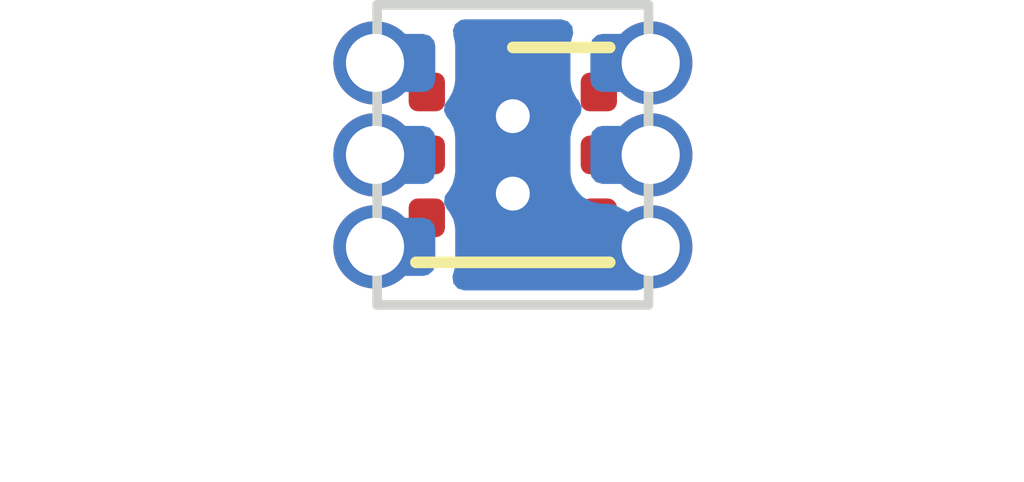
<source format=kicad_pcb>
(kicad_pcb (version 20221018) (generator pcbnew)
  (layers (0 "F.Cu" signal) (1 "In1.Cu" signal) (2 "In2.Cu" signal) (31 "B.Cu" signal) (34 "B.Paste" user) (35 "F.Paste" user) (36 "B.SilkS" user "B.Silkscreen") (37 "F.SilkS" user "F.Silkscreen") (38 "B.Mask" user) (39 "F.Mask" user) (44 "Edge.Cuts" user))
  (net 0 "")
  (net 1 "unconnected-(U102-VOUT-Pad1)")
  (net 2 "unconnected-(U102-QOD-Pad2)")
  (net 3 "unconnected-(U102-CT-Pad3)")
  (net 4 "Net-(U102-GND-Pad4)")
  (net 5 "unconnected-(U102-EN{slash}UVLO-Pad5)")
  (net 6 "unconnected-(U102-VIN-Pad6)")
  (footprint "Package_SON:WSON-6-1EP_2x2mm_P0.65mm_EP1x1.6mm" (layer "F.Cu") (at 130.2 107.95)
    (fp_text reference "U102" hide)
    (fp_text value "TPS22810DRV")
    (fp_line (start -1 1.11) (end 1 1.11) (stroke (width 0.12)) (layer "F.SilkS"))
    (fp_line (start 0 -1.11) (end 1 -1.11) (stroke (width 0.12)) (layer "F.SilkS"))
    (pad "1" smd roundrect (at -0.8875 -0.65) (size 0.375 0.4) (layers "F.Cu" "F.Paste" "F.Mask") (net 1 "unconnected-(U102-VOUT-Pad1)"))
    (pad "2" smd roundrect (at -0.8875 0) (size 0.375 0.4) (layers "F.Cu" "F.Paste" "F.Mask") (net 2 "unconnected-(U102-QOD-Pad2)"))
    (pad "3" smd roundrect (at -0.8875 0.65) (size 0.375 0.4) (layers "F.Cu" "F.Paste" "F.Mask") (net 3 "unconnected-(U102-CT-Pad3)"))
    (pad "4" smd roundrect (at 0.8875 0.65) (size 0.375 0.4) (layers "F.Cu" "F.Paste" "F.Mask") (net 4 "Net-(U102-GND-Pad4)"))
    (pad "5" smd roundrect (at 0.8875 0) (size 0.375 0.4) (layers "F.Cu" "F.Paste" "F.Mask") (net 5 "unconnected-(U102-EN{slash}UVLO-Pad5)"))
    (pad "6" smd roundrect (at 0.8875 -0.65) (size 0.375 0.4) (layers "F.Cu" "F.Paste" "F.Mask") (net 6 "unconnected-(U102-VIN-Pad6)"))
    (pad "7" smd rect (at 0 0) (size 1 1.6) (layers "F.Cu" "F.Mask") (net 4 "Net-(U102-GND-Pad4)"))
  )
  (gr_line (start 128.8 107) (end 128.8 109.5) (stroke (width 0.1)) (layer "Edge.Cuts"))
  (gr_line (start 131.6 106.4) (end 128.8 106.4) (stroke (width 0.1)) (layer "Edge.Cuts"))
  (gr_line (start 128.8 106.4) (end 128.8 107) (stroke (width 0.1)) (layer "Edge.Cuts"))
  (gr_line (start 131.6 109.5) (end 131.6 106.4) (stroke (width 0.1)) (layer "Edge.Cuts"))
  (gr_line (start 128.8 109.5) (end 131.6 109.5) (stroke (width 0.1)) (layer "Edge.Cuts"))
  (segment (start 129.3125 107.3) (end 129.0125 107) (width 0.25) (layer "F.Cu") (net 1))
  (segment (start 129.0125 107) (end 128.8 107) (width 0.25) (layer "F.Cu") (net 1))
  (via (at 128.778 107) (size 0.86) (drill 0.6) (layers "F.Cu" "B.Cu") (net 1))
  (segment (start 128.8 107.95) (end 129.3125 107.95) (width 0.25) (layer "F.Cu") (net 2))
  (via (at 128.778 107.95) (size 0.86) (drill 0.6) (layers "F.Cu" "B.Cu") (net 2))
  (segment (start 129.0125 108.9) (end 129.3125 108.6) (width 0.25) (layer "F.Cu") (net 3))
  (segment (start 128.8 108.9) (end 129.0125 108.9) (width 0.25) (layer "F.Cu") (net 3))
  (via (at 128.778 108.9) (size 0.86) (drill 0.6) (layers "F.Cu" "B.Cu") (net 3))
  (segment (start 130.2 108.35) (end 130.1 108.6) (width 0.25) (layer "F.Cu") (net 4))
  (segment (start 131.0875 108.6) (end 130.45 108.6) (width 0.25) (layer "F.Cu") (net 4))
  (segment (start 131.6 108.9) (end 131.3875 108.9) (width 0.25) (layer "F.Cu") (net 4))
  (segment (start 130.45 108.6) (end 130.2 108.35) (width 0.25) (layer "F.Cu") (net 4))
  (segment (start 131.3875 108.9) (end 131.0875 108.6) (width 0.25) (layer "F.Cu") (net 4))
  (via (at 130.2 107.55) (size 0.65) (drill 0.35) (layers "F.Cu" "B.Cu") (net 4))
  (via (at 130.2 108.35) (size 0.65) (drill 0.35) (layers "F.Cu" "B.Cu") (net 4))
  (via (at 131.6228 108.9) (size 0.86) (drill 0.6) (layers "F.Cu" "B.Cu") (net 4))
  (segment (start 131.6 107.95) (end 131.0875 107.95) (width 0.25) (layer "F.Cu") (net 5))
  (via (at 131.6228 107.95) (size 0.86) (drill 0.6) (layers "F.Cu" "B.Cu") (net 5))
  (segment (start 131.3875 107) (end 131.0875 107.3) (width 0.25) (layer "F.Cu") (net 6))
  (segment (start 131.6 107) (end 131.3875 107) (width 0.25) (layer "F.Cu") (net 6))
  (via (at 131.6228 107) (size 0.86) (drill 0.6) (layers "F.Cu" "B.Cu") (net 6))
  (zone (net 4) (net_name "Net-(U102-GND-Pad4)") (layers "In1.Cu" "In2.Cu" "B.Cu") (connect_pads (clearance 0.2)) (min_thickness 0.25) (fill yes (thermal_gap 0.5) (thermal_bridge_width 0.5))
    (polygon (pts (xy 128.8 106.55) (xy 131.6 106.55) (xy 131.6 109.35) (xy 128.8 109.35)))
  )
  (zone (net 6) (net_name "unconnected-(U102-VIN-Pad6)") (layer "B.Cu") (priority 1) (connect_pads (clearance 0.2)) (min_thickness 0.25) (fill yes (thermal_gap 0.5) (thermal_bridge_width 0.5))
    (polygon (pts (xy 131.6 106.7) (xy 131 106.7) (xy 131 107.3) (xy 131.6 107.3)))
  )
  (zone (net 5) (net_name "unconnected-(U102-EN{slash}UVLO-Pad5)") (layer "B.Cu") (priority 2) (connect_pads (clearance 0.2)) (min_thickness 0.25) (fill yes (thermal_gap 0.5) (thermal_bridge_width 0.5))
    (polygon (pts (xy 131.6 107.65) (xy 131 107.65) (xy 131 108.25) (xy 131.6 108.25)))
  )
  (zone (net 1) (net_name "unconnected-(U102-VOUT-Pad1)") (layer "B.Cu") (priority 3) (connect_pads (clearance 0.2)) (min_thickness 0.25) (fill yes (thermal_gap 0.5) (thermal_bridge_width 0.5))
    (polygon (pts (xy 128.8 106.7) (xy 129.4 106.7) (xy 129.4 107.3) (xy 128.8 107.3)))
  )
  (zone (net 2) (net_name "unconnected-(U102-QOD-Pad2)") (layer "B.Cu") (priority 4) (connect_pads (clearance 0.2)) (min_thickness 0.25) (fill yes (thermal_gap 0.5) (thermal_bridge_width 0.5))
    (polygon (pts (xy 128.8 107.65) (xy 129.4 107.65) (xy 129.4 108.25) (xy 128.8 108.25)))
  )
  (zone (net 3) (net_name "unconnected-(U102-CT-Pad3)") (layer "B.Cu") (priority 5) (connect_pads (clearance 0.2)) (min_thickness 0.25) (fill yes (thermal_gap 0.5) (thermal_bridge_width 0.5))
    (polygon (pts (xy 128.8 108.6) (xy 129.4 108.6) (xy 129.4 109.2) (xy 128.8 109.2)))
  )
)
</source>
